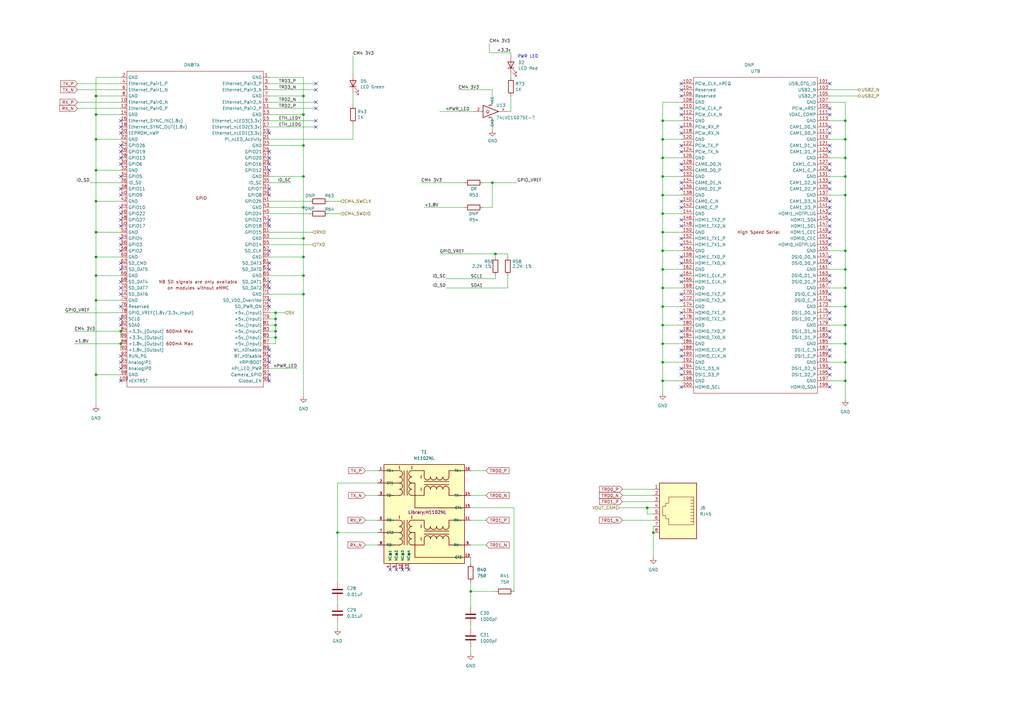
<source format=kicad_sch>
(kicad_sch (version 20230819) (generator eeschema)
  (paper "A3")
  (junction (at 124.46 39.37))
  (junction (at 346.71 72.39))
  (junction (at 346.71 148.59))
  (junction (at 271.78 57.15))
  (junction (at 346.71 133.35))
  (junction (at 39.37 153.67))
  (junction (at 201.93 74.93))
  (junction (at 39.37 46.99))
  (junction (at 346.71 110.49))
  (junction (at 39.37 82.55))
  (junction (at 271.78 49.53))
  (junction (at 346.71 64.77))
  (junction (at 39.37 113.03))
  (junction (at 271.78 148.59))
  (junction (at 271.78 102.87))
  (junction (at 346.71 57.15))
  (junction (at 113.03 135.89))
  (junction (at 346.71 156.21))
  (junction (at 124.46 120.65))
  (junction (at 271.78 133.35))
  (junction (at 39.37 57.15))
  (junction (at 203.2 104.14))
  (junction (at 39.37 95.25))
  (junction (at 39.37 123.19))
  (junction (at 346.71 125.73))
  (junction (at 271.78 125.73))
  (junction (at 271.78 110.49))
  (junction (at 124.46 46.99))
  (junction (at 271.78 118.11))
  (junction (at 271.78 156.21))
  (junction (at 271.78 87.63))
  (junction (at 265.43 208.28))
  (junction (at 124.46 105.41))
  (junction (at 113.03 133.35))
  (junction (at 271.78 80.01))
  (junction (at 39.37 105.41))
  (junction (at 124.46 97.79))
  (junction (at 49.53 140.97))
  (junction (at 346.71 102.87))
  (junction (at 49.53 135.89))
  (junction (at 124.46 72.39))
  (junction (at 271.78 140.97))
  (junction (at 193.04 242.57))
  (junction (at 271.78 72.39))
  (junction (at 124.46 59.69))
  (junction (at 124.46 113.03))
  (junction (at 271.78 64.77))
  (junction (at 346.71 49.53))
  (junction (at 271.78 95.25))
  (junction (at 113.03 138.43))
  (junction (at 124.46 85.09))
  (junction (at 39.37 69.85))
  (junction (at 267.97 218.44))
  (junction (at 113.03 130.81))
  (junction (at 138.43 218.44))
  (junction (at 113.03 128.27))
  (junction (at 39.37 39.37))
  (junction (at 346.71 118.11))
  (junction (at 346.71 140.97))
  (junction (at 346.71 80.01))
  (no_connect (at 110.49 67.31))
  (no_connect (at 279.4 34.29))
  (no_connect (at 49.53 87.63))
  (no_connect (at 279.4 120.65))
  (no_connect (at 279.4 92.71))
  (no_connect (at 279.4 52.07))
  (no_connect (at 340.36 130.81))
  (no_connect (at 49.53 52.07))
  (no_connect (at 340.36 95.25))
  (no_connect (at 110.49 110.49))
  (no_connect (at 279.4 128.27))
  (no_connect (at 110.49 148.59))
  (no_connect (at 340.36 113.03))
  (no_connect (at 279.4 46.99))
  (no_connect (at 49.53 67.31))
  (no_connect (at 279.4 62.23))
  (no_connect (at 279.4 113.03))
  (no_connect (at 49.53 59.69))
  (no_connect (at 340.36 52.07))
  (no_connect (at 49.53 80.01))
  (no_connect (at 340.36 69.85))
  (no_connect (at 165.1 233.68))
  (no_connect (at 279.4 39.37))
  (no_connect (at 110.49 92.71))
  (no_connect (at 49.53 49.53))
  (no_connect (at 49.53 92.71))
  (no_connect (at 340.36 105.41))
  (no_connect (at 49.53 151.13))
  (no_connect (at 160.02 233.68))
  (no_connect (at 129.54 36.83))
  (no_connect (at 110.49 69.85))
  (no_connect (at 49.53 64.77))
  (no_connect (at 340.36 87.63))
  (no_connect (at 49.53 62.23))
  (no_connect (at 110.49 77.47))
  (no_connect (at 340.36 128.27))
  (no_connect (at 340.36 62.23))
  (no_connect (at 279.4 146.05))
  (no_connect (at 340.36 123.19))
  (no_connect (at 110.49 62.23))
  (no_connect (at 340.36 97.79))
  (no_connect (at 279.4 135.89))
  (no_connect (at 279.4 97.79))
  (no_connect (at 279.4 105.41))
  (no_connect (at 279.4 54.61))
  (no_connect (at 340.36 59.69))
  (no_connect (at 340.36 153.67))
  (no_connect (at 279.4 82.55))
  (no_connect (at 129.54 52.07))
  (no_connect (at 279.4 90.17))
  (no_connect (at 110.49 54.61))
  (no_connect (at 110.49 125.73))
  (no_connect (at 279.4 100.33))
  (no_connect (at 110.49 118.11))
  (no_connect (at 340.36 158.75))
  (no_connect (at 279.4 67.31))
  (no_connect (at 340.36 115.57))
  (no_connect (at 340.36 74.93))
  (no_connect (at 340.36 146.05))
  (no_connect (at 129.54 49.53))
  (no_connect (at 340.36 120.65))
  (no_connect (at 49.53 148.59))
  (no_connect (at 49.53 72.39))
  (no_connect (at 110.49 90.17))
  (no_connect (at 340.36 54.61))
  (no_connect (at 110.49 80.01))
  (no_connect (at 340.36 135.89))
  (no_connect (at 279.4 59.69))
  (no_connect (at 340.36 67.31))
  (no_connect (at 49.53 133.35))
  (no_connect (at 110.49 102.87))
  (no_connect (at 279.4 153.67))
  (no_connect (at 129.54 41.91))
  (no_connect (at 49.53 130.81))
  (no_connect (at 49.53 118.11))
  (no_connect (at 340.36 44.45))
  (no_connect (at 162.56 233.68))
  (no_connect (at 340.36 34.29))
  (no_connect (at 110.49 146.05))
  (no_connect (at 49.53 125.73))
  (no_connect (at 279.4 151.13))
  (no_connect (at 110.49 107.95))
  (no_connect (at 49.53 54.61))
  (no_connect (at 167.64 233.68))
  (no_connect (at 279.4 143.51))
  (no_connect (at 49.53 120.65))
  (no_connect (at 129.54 44.45))
  (no_connect (at 340.36 138.43))
  (no_connect (at 129.54 34.29))
  (no_connect (at 279.4 74.93))
  (no_connect (at 49.53 110.49))
  (no_connect (at 279.4 44.45))
  (no_connect (at 49.53 146.05))
  (no_connect (at 49.53 90.17))
  (no_connect (at 49.53 100.33))
  (no_connect (at 49.53 115.57))
  (no_connect (at 279.4 36.83))
  (no_connect (at 279.4 130.81))
  (no_connect (at 110.49 123.19))
  (no_connect (at 279.4 138.43))
  (no_connect (at 110.49 115.57))
  (no_connect (at 49.53 156.21))
  (no_connect (at 110.49 156.21))
  (no_connect (at 279.4 107.95))
  (no_connect (at 110.49 64.77))
  (no_connect (at 340.36 77.47))
  (no_connect (at 49.53 77.47))
  (no_connect (at 340.36 46.99))
  (no_connect (at 340.36 82.55))
  (no_connect (at 279.4 77.47))
  (no_connect (at 49.53 102.87))
  (no_connect (at 340.36 100.33))
  (no_connect (at 110.49 153.67))
  (no_connect (at 279.4 158.75))
  (no_connect (at 279.4 115.57))
  (no_connect (at 340.36 92.71))
  (no_connect (at 49.53 107.95))
  (no_connect (at 340.36 151.13))
  (no_connect (at 340.36 85.09))
  (no_connect (at 49.53 97.79))
  (no_connect (at 279.4 85.09))
  (no_connect (at 340.36 143.51))
  (no_connect (at 279.4 123.19))
  (no_connect (at 110.49 143.51))
  (no_connect (at 340.36 107.95))
  (no_connect (at 49.53 85.09))
  (no_connect (at 340.36 90.17))
  (no_connect (at 279.4 69.85))
  (wire (pts (xy 201.93 74.93) (xy 212.09 74.93)))
  (wire (pts (xy 279.4 118.11) (xy 271.78 118.11)))
  (wire (pts (xy 39.37 105.41) (xy 39.37 113.03)))
  (wire (pts (xy 113.03 128.27) (xy 113.03 130.81)))
  (wire (pts (xy 346.71 80.01) (xy 346.71 102.87)))
  (wire (pts (xy 172.72 74.93) (xy 190.5 74.93)))
  (wire (pts (xy 201.93 74.93) (xy 198.12 74.93)))
  (wire (pts (xy 180.34 45.72) (xy 194.31 45.72)))
  (wire (pts (xy 39.37 31.75) (xy 39.37 39.37)))
  (wire (pts (xy 124.46 120.65) (xy 124.46 162.56)))
  (wire (pts (xy 110.49 59.69) (xy 124.46 59.69)))
  (wire (pts (xy 124.46 31.75) (xy 124.46 39.37)))
  (wire (pts (xy 208.28 104.14) (xy 203.2 104.14)))
  (wire (pts (xy 340.36 118.11) (xy 346.71 118.11)))
  (wire (pts (xy 346.71 156.21) (xy 346.71 163.83)))
  (wire (pts (xy 144.78 38.1) (xy 144.78 43.18)))
  (wire (pts (xy 113.03 140.97) (xy 113.03 138.43)))
  (wire (pts (xy 139.7 87.63) (xy 134.62 87.63)))
  (wire (pts (xy 193.04 228.6) (xy 193.04 231.14)))
  (wire (pts (xy 279.4 133.35) (xy 271.78 133.35)))
  (wire (pts (xy 110.49 39.37) (xy 124.46 39.37)))
  (wire (pts (xy 127 82.55) (xy 110.49 82.55)))
  (wire (pts (xy 209.55 45.72) (xy 208.28 45.72)))
  (wire (pts (xy 203.2 105.41) (xy 203.2 104.14)))
  (wire (pts (xy 36.83 74.93) (xy 49.53 74.93)))
  (wire (pts (xy 209.55 39.37) (xy 209.55 45.72)))
  (wire (pts (xy 200.66 21.59) (xy 209.55 21.59)))
  (wire (pts (xy 49.53 69.85) (xy 39.37 69.85)))
  (wire (pts (xy 113.03 140.97) (xy 110.49 140.97)))
  (wire (pts (xy 193.04 242.57) (xy 193.04 248.92)))
  (wire (pts (xy 271.78 102.87) (xy 271.78 110.49)))
  (wire (pts (xy 49.53 95.25) (xy 39.37 95.25)))
  (wire (pts (xy 271.78 161.29) (xy 271.78 156.21)))
  (wire (pts (xy 128.27 100.33) (xy 110.49 100.33)))
  (wire (pts (xy 193.04 208.28) (xy 210.82 208.28)))
  (wire (pts (xy 201.93 43.18) (xy 201.93 36.83)))
  (wire (pts (xy 340.36 133.35) (xy 346.71 133.35)))
  (wire (pts (xy 139.7 82.55) (xy 134.62 82.55)))
  (wire (pts (xy 346.71 41.91) (xy 346.71 49.53)))
  (wire (pts (xy 113.03 128.27) (xy 110.49 128.27)))
  (wire (pts (xy 129.54 49.53) (xy 110.49 49.53)))
  (wire (pts (xy 31.75 44.45) (xy 49.53 44.45)))
  (wire (pts (xy 279.4 49.53) (xy 271.78 49.53)))
  (wire (pts (xy 110.49 113.03) (xy 124.46 113.03)))
  (wire (pts (xy 340.36 80.01) (xy 346.71 80.01)))
  (wire (pts (xy 346.71 118.11) (xy 346.71 125.73)))
  (wire (pts (xy 124.46 97.79) (xy 124.46 105.41)))
  (wire (pts (xy 279.4 87.63) (xy 271.78 87.63)))
  (wire (pts (xy 199.39 203.2) (xy 193.04 203.2)))
  (wire (pts (xy 113.03 135.89) (xy 110.49 135.89)))
  (wire (pts (xy 124.46 59.69) (xy 124.46 72.39)))
  (wire (pts (xy 271.78 57.15) (xy 271.78 64.77)))
  (wire (pts (xy 173.99 85.09) (xy 190.5 85.09)))
  (wire (pts (xy 279.4 95.25) (xy 271.78 95.25)))
  (wire (pts (xy 279.4 41.91) (xy 271.78 41.91)))
  (wire (pts (xy 49.53 140.97) (xy 30.48 140.97)))
  (wire (pts (xy 193.04 238.76) (xy 193.04 242.57)))
  (wire (pts (xy 193.04 267.97) (xy 193.04 265.43)))
  (wire (pts (xy 340.36 64.77) (xy 346.71 64.77)))
  (wire (pts (xy 346.71 133.35) (xy 346.71 140.97)))
  (wire (pts (xy 351.79 36.83) (xy 340.36 36.83)))
  (wire (pts (xy 199.39 223.52) (xy 193.04 223.52)))
  (wire (pts (xy 39.37 57.15) (xy 39.37 69.85)))
  (wire (pts (xy 267.97 210.82) (xy 265.43 210.82)))
  (wire (pts (xy 39.37 39.37) (xy 39.37 46.99)))
  (wire (pts (xy 110.49 31.75) (xy 124.46 31.75)))
  (wire (pts (xy 340.36 148.59) (xy 346.71 148.59)))
  (wire (pts (xy 193.04 242.57) (xy 203.2 242.57)))
  (wire (pts (xy 144.78 22.86) (xy 144.78 30.48)))
  (wire (pts (xy 208.28 118.11) (xy 208.28 113.03)))
  (wire (pts (xy 39.37 153.67) (xy 39.37 166.37)))
  (wire (pts (xy 138.43 247.65) (xy 138.43 246.38)))
  (wire (pts (xy 129.54 34.29) (xy 110.49 34.29)))
  (wire (pts (xy 271.78 95.25) (xy 271.78 102.87)))
  (wire (pts (xy 208.28 105.41) (xy 208.28 104.14)))
  (wire (pts (xy 271.78 133.35) (xy 271.78 140.97)))
  (wire (pts (xy 182.88 114.3) (xy 203.2 114.3)))
  (wire (pts (xy 113.03 130.81) (xy 113.03 133.35)))
  (wire (pts (xy 39.37 123.19) (xy 39.37 153.67)))
  (wire (pts (xy 49.53 39.37) (xy 39.37 39.37)))
  (wire (pts (xy 149.86 223.52) (xy 154.94 223.52)))
  (wire (pts (xy 271.78 118.11) (xy 271.78 125.73)))
  (wire (pts (xy 31.75 34.29) (xy 49.53 34.29)))
  (wire (pts (xy 279.4 148.59) (xy 271.78 148.59)))
  (wire (pts (xy 49.53 123.19) (xy 39.37 123.19)))
  (wire (pts (xy 210.82 208.28) (xy 210.82 242.57)))
  (wire (pts (xy 119.38 74.93) (xy 110.49 74.93)))
  (wire (pts (xy 154.94 198.12) (xy 138.43 198.12)))
  (wire (pts (xy 138.43 218.44) (xy 154.94 218.44)))
  (wire (pts (xy 49.53 153.67) (xy 39.37 153.67)))
  (wire (pts (xy 49.53 135.89) (xy 49.53 138.43)))
  (wire (pts (xy 265.43 208.28) (xy 267.97 208.28)))
  (wire (pts (xy 279.4 110.49) (xy 271.78 110.49)))
  (wire (pts (xy 254 208.28) (xy 265.43 208.28)))
  (wire (pts (xy 39.37 69.85) (xy 39.37 82.55)))
  (wire (pts (xy 209.55 30.48) (xy 209.55 31.75)))
  (wire (pts (xy 124.46 72.39) (xy 124.46 85.09)))
  (wire (pts (xy 271.78 64.77) (xy 271.78 72.39)))
  (wire (pts (xy 113.03 133.35) (xy 113.03 135.89)))
  (wire (pts (xy 138.43 198.12) (xy 138.43 218.44)))
  (wire (pts (xy 39.37 95.25) (xy 39.37 105.41)))
  (wire (pts (xy 31.75 36.83) (xy 49.53 36.83)))
  (wire (pts (xy 113.03 135.89) (xy 113.03 138.43)))
  (wire (pts (xy 340.36 72.39) (xy 346.71 72.39)))
  (wire (pts (xy 113.03 130.81) (xy 110.49 130.81)))
  (wire (pts (xy 49.53 46.99) (xy 39.37 46.99)))
  (wire (pts (xy 255.27 203.2) (xy 267.97 203.2)))
  (wire (pts (xy 199.39 213.36) (xy 193.04 213.36)))
  (wire (pts (xy 267.97 215.9) (xy 267.97 218.44)))
  (wire (pts (xy 182.88 118.11) (xy 208.28 118.11)))
  (wire (pts (xy 279.4 125.73) (xy 271.78 125.73)))
  (wire (pts (xy 124.46 39.37) (xy 124.46 46.99)))
  (wire (pts (xy 346.71 140.97) (xy 346.71 148.59)))
  (wire (pts (xy 39.37 113.03) (xy 39.37 123.19)))
  (wire (pts (xy 255.27 200.66) (xy 267.97 200.66)))
  (wire (pts (xy 346.71 148.59) (xy 346.71 156.21)))
  (wire (pts (xy 39.37 82.55) (xy 39.37 95.25)))
  (wire (pts (xy 49.53 57.15) (xy 39.37 57.15)))
  (wire (pts (xy 124.46 113.03) (xy 124.46 120.65)))
  (wire (pts (xy 201.93 36.83) (xy 187.96 36.83)))
  (wire (pts (xy 127 87.63) (xy 110.49 87.63)))
  (wire (pts (xy 267.97 218.44) (xy 267.97 228.6)))
  (wire (pts (xy 255.27 205.74) (xy 267.97 205.74)))
  (wire (pts (xy 340.36 102.87) (xy 346.71 102.87)))
  (wire (pts (xy 271.78 156.21) (xy 279.4 156.21)))
  (wire (pts (xy 129.54 36.83) (xy 110.49 36.83)))
  (wire (pts (xy 39.37 46.99) (xy 39.37 57.15)))
  (wire (pts (xy 346.71 125.73) (xy 346.71 133.35)))
  (wire (pts (xy 198.12 85.09) (xy 201.93 85.09)))
  (wire (pts (xy 49.53 113.03) (xy 39.37 113.03)))
  (wire (pts (xy 279.4 57.15) (xy 271.78 57.15)))
  (wire (pts (xy 49.53 82.55) (xy 39.37 82.55)))
  (wire (pts (xy 128.27 95.25) (xy 110.49 95.25)))
  (wire (pts (xy 149.86 213.36) (xy 154.94 213.36)))
  (wire (pts (xy 129.54 41.91) (xy 110.49 41.91)))
  (wire (pts (xy 203.2 113.03) (xy 203.2 114.3)))
  (wire (pts (xy 113.03 133.35) (xy 110.49 133.35)))
  (wire (pts (xy 209.55 22.86) (xy 209.55 21.59)))
  (wire (pts (xy 340.36 49.53) (xy 346.71 49.53)))
  (wire (pts (xy 110.49 72.39) (xy 124.46 72.39)))
  (wire (pts (xy 271.78 140.97) (xy 271.78 148.59)))
  (wire (pts (xy 199.39 193.04) (xy 193.04 193.04)))
  (wire (pts (xy 49.53 105.41) (xy 39.37 105.41)))
  (wire (pts (xy 346.71 64.77) (xy 346.71 72.39)))
  (wire (pts (xy 110.49 85.09) (xy 124.46 85.09)))
  (wire (pts (xy 346.71 102.87) (xy 346.71 110.49)))
  (wire (pts (xy 271.78 125.73) (xy 271.78 133.35)))
  (wire (pts (xy 346.71 110.49) (xy 346.71 118.11)))
  (wire (pts (xy 149.86 203.2) (xy 154.94 203.2)))
  (wire (pts (xy 271.78 87.63) (xy 271.78 95.25)))
  (wire (pts (xy 110.49 57.15) (xy 144.78 57.15)))
  (wire (pts (xy 113.03 138.43) (xy 110.49 138.43)))
  (wire (pts (xy 110.49 97.79) (xy 124.46 97.79)))
  (wire (pts (xy 279.4 140.97) (xy 271.78 140.97)))
  (wire (pts (xy 346.71 49.53) (xy 346.71 57.15)))
  (wire (pts (xy 110.49 120.65) (xy 124.46 120.65)))
  (wire (pts (xy 340.36 140.97) (xy 346.71 140.97)))
  (wire (pts (xy 144.78 50.8) (xy 144.78 57.15)))
  (wire (pts (xy 271.78 110.49) (xy 271.78 118.11)))
  (wire (pts (xy 30.48 135.89) (xy 49.53 135.89)))
  (wire (pts (xy 340.36 125.73) (xy 346.71 125.73)))
  (wire (pts (xy 121.92 151.13) (xy 110.49 151.13)))
  (wire (pts (xy 26.67 128.27) (xy 49.53 128.27)))
  (wire (pts (xy 351.79 39.37) (xy 340.36 39.37)))
  (wire (pts (xy 124.46 85.09) (xy 124.46 97.79)))
  (wire (pts (xy 129.54 52.07) (xy 110.49 52.07)))
  (wire (pts (xy 340.36 41.91) (xy 346.71 41.91)))
  (wire (pts (xy 340.36 110.49) (xy 346.71 110.49)))
  (wire (pts (xy 193.04 257.81) (xy 193.04 256.54)))
  (wire (pts (xy 110.49 105.41) (xy 124.46 105.41)))
  (wire (pts (xy 149.86 193.04) (xy 154.94 193.04)))
  (wire (pts (xy 116.84 128.27) (xy 113.03 128.27)))
  (wire (pts (xy 49.53 31.75) (xy 39.37 31.75)))
  (wire (pts (xy 255.27 213.36) (xy 267.97 213.36)))
  (wire (pts (xy 124.46 46.99) (xy 124.46 59.69)))
  (wire (pts (xy 271.78 72.39) (xy 271.78 80.01)))
  (wire (pts (xy 200.66 21.59) (xy 200.66 17.78)))
  (wire (pts (xy 279.4 102.87) (xy 271.78 102.87)))
  (wire (pts (xy 279.4 72.39) (xy 271.78 72.39)))
  (wire (pts (xy 129.54 44.45) (xy 110.49 44.45)))
  (wire (pts (xy 110.49 46.99) (xy 124.46 46.99)))
  (wire (pts (xy 271.78 49.53) (xy 271.78 57.15)))
  (wire (pts (xy 201.93 48.26) (xy 201.93 53.34)))
  (wire (pts (xy 346.71 72.39) (xy 346.71 80.01)))
  (wire (pts (xy 340.36 156.21) (xy 346.71 156.21)))
  (wire (pts (xy 201.93 85.09) (xy 201.93 74.93)))
  (wire (pts (xy 279.4 80.01) (xy 271.78 80.01)))
  (wire (pts (xy 31.75 41.91) (xy 49.53 41.91)))
  (wire (pts (xy 265.43 210.82) (xy 265.43 208.28)))
  (wire (pts (xy 340.36 57.15) (xy 346.71 57.15)))
  (wire (pts (xy 346.71 57.15) (xy 346.71 64.77)))
  (wire (pts (xy 279.4 64.77) (xy 271.78 64.77)))
  (wire (pts (xy 180.34 104.14) (xy 203.2 104.14)))
  (wire (pts (xy 138.43 218.44) (xy 138.43 238.76)))
  (wire (pts (xy 271.78 41.91) (xy 271.78 49.53)))
  (wire (pts (xy 124.46 105.41) (xy 124.46 113.03)))
  (wire (pts (xy 138.43 257.81) (xy 138.43 255.27)))
  (wire (pts (xy 271.78 148.59) (xy 271.78 156.21)))
  (wire (pts (xy 49.53 140.97) (xy 49.53 143.51)))
  (wire (pts (xy 271.78 80.01) (xy 271.78 87.63)))
  (text "PWR LED" (at 212.217 24.003 0) (effects (font (size 1.27 1.27)) (justify left bottom)))
  (label "CM4 3V3" (at 200.66 17.78 0))
  (label "+1.8V" (at 173.99 85.09 0))
  (label "SCL1" (at 193.04 114.3 0))
  (label "GPIO_VREF" (at 26.67 128.27 0))
  (label "CM4 3V3" (at 144.78 22.86 0))
  (label "ETH_LEDG" (at 114.3 52.07 0))
  (label "TRD3_N" (at 114.3 36.83 0))
  (label "ETH_LEDY" (at 114.3 49.53 0))
  (label "SDA1" (at 193.04 118.11 0))
  (label "+1.8V" (at 30.48 140.97 0))
  (label "GPIO_VREF" (at 180.34 104.14 0))
  (label "TRD2_P" (at 114.3 44.45 0))
  (label "CM4 3V3" (at 187.96 36.83 0))
  (label "nPWR_LED" (at 121.92 151.13 180))
  (label "ID_SC" (at 119.38 74.93 180))
  (label "TRD3_P" (at 114.3 34.29 0))
  (label "+3.3v" (at 209.55 21.59 180))
  (label "CM4 3V3" (at 30.48 135.89 0))
  (label "ID_SD" (at 182.88 118.11 180))
  (label "ID_SD" (at 36.83 74.93 180))
  (label "GPIO_VREF" (at 212.09 74.93 0))
  (label "TRD2_N" (at 114.3 41.91 0))
  (label "ID_SC" (at 182.88 114.3 180))
  (label "CM4 3V3" (at 172.72 74.93 0))
  (label "nPWR_LED" (at 182.88 45.72 0))
  (global_label "TRD0_N" (shape input) (at 255.27 203.2 180) (property "Intersheetrefs" "${INTERSHEET_REFS}" (effects hide)))
  (global_label "TX_N" (shape input) (at 31.75 36.83 180) (property "Intersheetrefs" "${INTERSHEET_REFS}" (effects hide)))
  (global_label "TX_P" (shape input) (at 31.75 34.29 180) (property "Intersheetrefs" "${INTERSHEET_REFS}" (effects hide)))
  (global_label "TRD1_P" (shape input) (at 255.27 205.74 180) (property "Intersheetrefs" "${INTERSHEET_REFS}" (effects hide)))
  (global_label "TRD0_P" (shape input) (at 255.27 200.66 180) (property "Intersheetrefs" "${INTERSHEET_REFS}" (effects hide)))
  (global_label "RX_P" (shape input) (at 149.86 213.36 180) (property "Intersheetrefs" "${INTERSHEET_REFS}" (effects hide)))
  (global_label "TX_N" (shape input) (at 149.86 203.2 180) (property "Intersheetrefs" "${INTERSHEET_REFS}" (effects hide)))
  (global_label "TRD1_P" (shape input) (at 199.39 213.36 0) (property "Intersheetrefs" "${INTERSHEET_REFS}" (effects hide)))
  (global_label "RX_N" (shape input) (at 31.75 44.45 180) (property "Intersheetrefs" "${INTERSHEET_REFS}" (effects hide)))
  (global_label "TRD1_N" (shape input) (at 199.39 223.52 0) (property "Intersheetrefs" "${INTERSHEET_REFS}" (effects hide)))
  (global_label "TRD0_N" (shape input) (at 199.39 203.2 0) (property "Intersheetrefs" "${INTERSHEET_REFS}" (effects hide)))
  (global_label "TX_P" (shape input) (at 149.86 193.04 180) (property "Intersheetrefs" "${INTERSHEET_REFS}" (effects hide)))
  (global_label "TRD0_P" (shape input) (at 199.39 193.04 0) (property "Intersheetrefs" "${INTERSHEET_REFS}" (effects hide)))
  (global_label "RX_N" (shape input) (at 149.86 223.52 180) (property "Intersheetrefs" "${INTERSHEET_REFS}" (effects hide)))
  (global_label "RX_P" (shape input) (at 31.75 41.91 180) (property "Intersheetrefs" "${INTERSHEET_REFS}" (effects hide)))
  (global_label "TRD1_N" (shape input) (at 255.27 213.36 180) (property "Intersheetrefs" "${INTERSHEET_REFS}" (effects hide)))
  (hierarchical_label "USB2_P" (shape bidirectional) (at 351.79 39.37 0))
  (hierarchical_label "TXD" (shape input) (at 128.27 100.33 0))
  (hierarchical_label "CM4_SWCLK" (shape input) (at 139.7 82.55 0))
  (hierarchical_label "USB2_N" (shape bidirectional) (at 351.79 36.83 0))
  (hierarchical_label "CM4_SWDIO" (shape input) (at 139.7 87.63 0))
  (hierarchical_label "5V" (shape input) (at 116.84 128.27 0))
  (hierarchical_label "VOUT_CAM" (shape input) (at 254 208.28 180))
  (hierarchical_label "RXD" (shape input) (at 128.27 95.25 0))
  (symbol (lib_id "Device:C") (at 138.43 242.57 0) (unit 1)
    (property "Reference" "C28" (at 142.24 241.2999 0) (effects (justify left)))
    (property "Value" "0.01uF" (at 142.24 243.8399 0) (effects (justify left)))
    (property "Footprint" "Capacitor_SMD:C_0603_1608Metric" (effects hide))
    (instances (project "RP2040_minimal" (path "" (reference "C28") (unit 1))) (project "CM4" (path "" (reference "C28") (unit 1))) (project "IO_Board" (path "" (reference "C24") (unit 1))))
  )
  (symbol (lib_id "CM4IO:74LVC1G07_copy") (at 201.93 45.72 0) (unit 1)
    (property "Reference" "U13" (at 203.454 43.18 0) (effects (justify left)))
    (property "Value" "74LVC1G07SE-7" (at 203.454 48.26 0) (effects (justify left)))
    (property "Footprint" "Package_TO_SOT_SMD:SOT-353_SC-70-5" (effects hide))
    (property "Datasheet" "https://www.diodes.com/assets/Datasheets/74LVC1G07.pdf" (effects hide))
    (property "Field4" "Farnell" (effects hide))
    (property "Field5" "2425492" (effects hide))
    (property "Field6" "74LVC1G07SE-7" (effects hide))
    (property "Field7" "Diodes" (effects hide))
    (property "Part Description" "Buffer, Non-Inverting 1 Element 1 Bit per Element Open Drain Output SOT-353" (effects hide))
    (property "MPN" "74LVC1G07SE-7" (effects hide))
    (instances (project "RP2040_minimal" (path "" (reference "U13") (unit 1))) (project "CM4" (path "" (reference "U13") (unit 1))) (project "IO_Board" (path "" (reference "U8") (unit 1))) (project "CM4IOv5" (path "" (reference "U5") (unit 1))))
  )
  (symbol (lib_id "Device:R") (at 207.01 242.57 90) (unit 1)
    (property "Reference" "R41" (at 207.01 236.22 90))
    (property "Value" "75R" (at 207.01 238.76 90))
    (property "Footprint" "Resistor_SMD:R_0603_1608Metric" (effects hide))
    (instances (project "RP2040_minimal" (path "" (reference "R41") (unit 1))) (project "CM4" (path "" (reference "R41") (unit 1))) (project "IO_Board" (path "" (reference "R60") (unit 1))))
  )
  (symbol (lib_id "power:GND") (at 267.97 228.6 0) (unit 1)
    (property "Reference" "#PWR07" (effects hide))
    (property "Value" "GND" (at 267.97 233.68 0))
    (instances (project "RP2040_minimal" (path "" (reference "#PWR07") (unit 1))) (project "CM4" (path "" (reference "#PWR07") (unit 1))) (project "IO_Board" (path "" (reference "#PWR072") (unit 1))))
  )
  (symbol (lib_id "power:GND") (at 271.78 161.29 0) (unit 1)
    (property "Reference" "#PWR068" (effects hide))
    (property "Value" "GND" (at 271.78 166.37 0))
    (property "Description" "Power symbol creates a global label with name \"GND\" , ground" (effects hide))
  )
  (symbol (lib_id "power:GND") (at 39.37 166.37 0) (unit 1)
    (property "Reference" "#PWR056" (effects hide))
    (property "Value" "GND" (at 39.37 171.45 0))
    (property "Description" "Power symbol creates a global label with name \"GND\" , ground" (effects hide))
  )
  (symbol (lib_id "Device:LED") (at 144.78 34.29 90) (unit 1)
    (property "Reference" "D5" (at 147.7518 33.2994 90) (effects (justify right)))
    (property "Value" "LED Green" (at 147.7518 35.6108 90) (effects (justify right)))
    (property "Footprint" "LED_SMD:LED_0603_1608Metric" (effects hide))
    (property "Datasheet" "http://optoelectronics.liteon.com/upload/download/DS22-2000-226/LTST-S270KGKT.pdf" (effects hide))
    (property "Field4" "Digikey " (effects hide))
    (property "Field5" "LTST-S270KGKT" (effects hide))
    (property "Field6" "SML-A12M8TT86N" (effects hide))
    (property "Field7" "Rohm" (effects hide))
    (property "Field8" "650263301" (effects hide))
    (property "Part Description" "	Green 572nm LED Indication - Discrete 2.2V 2-SMD, No Lead" (effects hide))
    (instances (project "IO_Board" (path "" (reference "D5") (unit 1))) (project "CM4IOv5" (path "" (reference "D2") (unit 1))))
  )
  (symbol (lib_id "power:GND") (at 346.71 163.83 0) (unit 1)
    (property "Reference" "#PWR069" (effects hide))
    (property "Value" "GND" (at 346.71 168.91 0))
    (property "Description" "Power symbol creates a global label with name \"GND\" , ground" (effects hide))
  )
  (symbol (lib_id "Connector:RJ45") (at 278.13 208.28 180) (unit 1)
    (property "Reference" "J6" (at 287.02 208.28 0) (effects (justify right)))
    (property "Value" "RJ45" (at 287.02 210.82 0) (effects (justify right)))
    (property "Footprint" "Connector_RJ:RJ45_Amphenol_54602-x08_Horizontal" (effects hide))
    (instances (project "RP2040_minimal" (path "" (reference "J6") (unit 1))) (project "CM4" (path "" (reference "J6") (unit 1))) (project "IO_Board" (path "" (reference "J16") (unit 1))))
  )
  (symbol (lib_id "Device:R") (at 130.81 87.63 90) (mirror x) (unit 1)
    (property "Reference" "R64" (at 135.128 85.852 90))
    (property "Value" "DNP" (at 127 85.598 90))
    (property "Footprint" "Resistor_SMD:R_0402_1005Metric" (effects hide))
    (property "Datasheet" "https://fscdn.rohm.com/en/products/databook/datasheet/passive/resistor/chip_resistor/mcr-e.pdf" (effects hide))
    (property "Field4" "Farnell" (effects hide))
    (property "Field5" "9239197" (effects hide))
    (property "Field7" "KOA EUROPE GMBH" (effects hide))
    (property "Field6" "RK73G1ETQTP4700D         " (effects hide))
    (property "Field8" "120887981" (effects hide))
    (property "Part Description" "Resistor 470R M1005 1% 63mW" (effects hide))
    (instances (project "IO_Board" (path "" (reference "R64") (unit 1))) (project "CM4IOv5" (path "" (reference "R3") (unit 1))))
  )
  (symbol (lib_id "Symbol:CM4_Connector_Unit_A") (at 77.47 26.67 0) (unit 1)
    (property "Reference" "U7" (at 80.01 26.67 0))
    (property "Value" "DNP" (at 77.47 26.67 0))
    (property "Footprint" "Library:Raspberry-Pi-4-Compute-Module" (effects hide))
    (property "MPN" "CM4" (effects hide))
  )
  (symbol (lib_id "Device:C") (at 193.04 261.62 0) (unit 1)
    (property "Reference" "C31" (at 196.85 260.3499 0) (effects (justify left)))
    (property "Value" "1000pF" (at 196.85 262.8899 0) (effects (justify left)))
    (property "Footprint" "Capacitor_SMD:C_0603_1608Metric" (effects hide))
    (instances (project "RP2040_minimal" (path "" (reference "C31") (unit 1))) (project "CM4" (path "" (reference "C31") (unit 1))) (project "IO_Board" (path "" (reference "C27") (unit 1))))
  )
  (symbol (lib_id "Symbol:CM4_Connector_Unit_B") (at 307.34 26.67 0) (unit 2)
    (property "Reference" "U7" (at 309.88 29.21 0))
    (property "Value" "DNP" (at 307.34 26.67 0))
    (property "Footprint" "Library:Raspberry-Pi-4-Compute-Module" (effects hide))
    (property "MPN" "CM4" (effects hide))
  )
  (symbol (lib_id "Device:C") (at 138.43 251.46 0) (unit 1)
    (property "Reference" "C29" (at 142.24 250.1899 0) (effects (justify left)))
    (property "Value" "0.01uF" (at 142.24 252.7299 0) (effects (justify left)))
    (property "Footprint" "Capacitor_SMD:C_0603_1608Metric" (effects hide))
    (instances (project "RP2040_minimal" (path "" (reference "C29") (unit 1))) (project "CM4" (path "" (reference "C29") (unit 1))) (project "IO_Board" (path "" (reference "C25") (unit 1))))
  )
  (symbol (lib_id "Device:R") (at 130.81 82.55 90) (mirror x) (unit 1)
    (property "Reference" "R63" (at 135.128 80.264 90))
    (property "Value" "DNP" (at 127.254 80.264 90))
    (property "Footprint" "Resistor_SMD:R_0402_1005Metric" (effects hide))
    (property "Datasheet" "https://fscdn.rohm.com/en/products/databook/datasheet/passive/resistor/chip_resistor/mcr-e.pdf" (effects hide))
    (property "Field4" "Farnell" (effects hide))
    (property "Field5" "9239197" (effects hide))
    (property "Field7" "KOA EUROPE GMBH" (effects hide))
    (property "Field6" "RK73G1ETQTP4700D         " (effects hide))
    (property "Field8" "120887981" (effects hide))
    (property "Part Description" "Resistor 470R M1005 1% 63mW" (effects hide))
    (instances (project "IO_Board" (path "" (reference "R63") (unit 1))) (project "CM4IOv5" (path "" (reference "R3") (unit 1))))
  )
  (symbol (lib_id "power:GND") (at 124.46 162.56 0) (unit 1)
    (property "Reference" "#PWR057" (effects hide))
    (property "Value" "GND" (at 124.46 167.64 0))
    (property "Description" "Power symbol creates a global label with name \"GND\" , ground" (effects hide))
  )
  (symbol (lib_id "Device:R") (at 208.28 109.22 0) (unit 1)
    (property "Reference" "R58" (at 210.058 107.315 0) (effects (justify left)))
    (property "Value" "2.2K 1%" (at 210.058 109.22 0) (effects (justify left)))
    (property "Footprint" "Resistor_SMD:R_0402_1005Metric" (effects hide))
    (property "Datasheet" "https://fscdn.rohm.com/en/products/databook/datasheet/passive/resistor/chip_resistor/mcr-e.pdf" (effects hide))
    (property "Field4" "Farnell" (effects hide))
    (property "Field5" "9239278" (effects hide))
    (property "Field7" "KOA EUROPE GMBH" (effects hide))
    (property "Field6" "RK73G1ETQTP2201D         " (effects hide))
    (property "Part Description" "Resistor 2.2K M1005 1% 63mW" (effects hide))
    (property "Field8" "120889581" (effects hide))
    (instances (project "RP2040_minimal" (path "" (reference "R58") (unit 1))) (project "CM4" (path "" (reference "R58") (unit 1))) (project "IO_Board" (path "" (reference "R61") (unit 1))) (project "CM4IOv5" (path "" (reference "R7") (unit 1))))
  )
  (symbol (lib_id "Device:R") (at 194.31 74.93 270) (unit 1)
    (property "Reference" "R53" (at 194.31 80.01 90))
    (property "Value" "0R" (at 194.31 77.47 90))
    (property "Footprint" "Resistor_SMD:R_0603_1608Metric" (effects hide))
    (property "Field4" "Farnell" (effects hide))
    (property "Field5" "9239197" (effects hide))
    (property "Field7" "KOA EUROPE GMBH" (effects hide))
    (property "Field6" "RK73G1ETQTP4700D         " (effects hide))
    (property "Field8" "120887981" (effects hide))
    (property "Part Description" "Resistor 470R M1005 1% 63mW" (effects hide))
    (instances (project "IO_Board" (path "" (reference "R53") (unit 1))) (project "CM4IOv5" (path "" (reference "R3") (unit 1))))
  )
  (symbol (lib_id "Device:R") (at 194.31 85.09 90) (mirror x) (unit 1)
    (property "Reference" "R54" (at 194.31 90.17 90))
    (property "Value" "DNP" (at 194.31 87.63 90))
    (property "Footprint" "Resistor_SMD:R_0402_1005Metric" (effects hide))
    (property "Datasheet" "https://fscdn.rohm.com/en/products/databook/datasheet/passive/resistor/chip_resistor/mcr-e.pdf" (effects hide))
    (property "Field4" "Farnell" (effects hide))
    (property "Field5" "9239197" (effects hide))
    (property "Field7" "KOA EUROPE GMBH" (effects hide))
    (property "Field6" "RK73G1ETQTP4700D         " (effects hide))
    (property "Field8" "120887981" (effects hide))
    (property "Part Description" "Resistor 470R M1005 1% 63mW" (effects hide))
    (instances (project "IO_Board" (path "" (reference "R54") (unit 1))) (project "CM4IOv5" (path "" (reference "R3") (unit 1))))
  )
  (symbol (lib_id "Device:C") (at 193.04 252.73 0) (unit 1)
    (property "Reference" "C30" (at 196.85 251.4599 0) (effects (justify left)))
    (property "Value" "1000pF" (at 196.85 253.9999 0) (effects (justify left)))
    (property "Footprint" "Capacitor_SMD:C_0603_1608Metric" (effects hide))
    (instances (project "RP2040_minimal" (path "" (reference "C30") (unit 1))) (project "CM4" (path "" (reference "C30") (unit 1))) (project "IO_Board" (path "" (reference "C26") (unit 1))))
  )
  (symbol (lib_id "Device:R") (at 203.2 109.22 0) (unit 1)
    (property "Reference" "R55" (at 198.628 107.315 0) (effects (justify left)))
    (property "Value" "2.2K 1%" (at 193.548 109.22 0) (effects (justify left)))
    (property "Footprint" "Resistor_SMD:R_0402_1005Metric" (effects hide))
    (property "Datasheet" "https://fscdn.rohm.com/en/products/databook/datasheet/passive/resistor/chip_resistor/mcr-e.pdf" (effects hide))
    (property "Field4" "Farnell" (effects hide))
    (property "Field5" "9239278" (effects hide))
    (property "Field7" "KOA EUROPE GMBH" (effects hide))
    (property "Field6" "RK73G1ETQTP2201D         " (effects hide))
    (property "Part Description" "Resistor 2.2K M1005 1% 63mW" (effects hide))
    (property "Field8" "120889581" (effects hide))
    (instances (project "RP2040_minimal" (path "" (reference "R55") (unit 1))) (project "CM4" (path "" (reference "R55") (unit 1))) (project "IO_Board" (path "" (reference "R59") (unit 1))) (project "CM4IOv5" (path "" (reference "R6") (unit 1))))
  )
  (symbol (lib_id "Device:R") (at 209.55 35.56 0) (unit 1)
    (property "Reference" "R73" (at 211.328 34.3916 0) (effects (justify left)))
    (property "Value" "1K" (at 211.328 36.703 0) (effects (justify left)))
    (property "Footprint" "Resistor_SMD:R_0402_1005Metric" (effects hide))
    (property "Datasheet" "https://fscdn.rohm.com/en/products/databook/datasheet/passive/resistor/chip_resistor/mcr-e.pdf" (effects hide))
    (property "Field4" "Farnell" (effects hide))
    (property "Field5" "9239235" (effects hide))
    (property "Field7" "KOA EUROPE GMBH" (effects hide))
    (property "Field6" "RK73H1ETTP1001F" (effects hide))
    (property "Part Description" "Resistor 1K M1005 1% 63mW" (effects hide))
    (property "Field8" "125049511" (effects hide))
    (instances (project "RP2040_minimal" (path "" (reference "R73") (unit 1))) (project "CM4" (path "" (reference "R73") (unit 1))) (project "IO_Board" (path "" (reference "R62") (unit 1))) (project "CM4IOv5" (path "" (reference "R10") (unit 1))))
  )
  (symbol (lib_id "Device:R") (at 144.78 46.99 0) (unit 1)
    (property "Reference" "R43" (at 146.558 45.8216 0) (effects (justify left)))
    (property "Value" "1K" (at 146.558 48.133 0) (effects (justify left)))
    (property "Footprint" "Resistor_SMD:R_0402_1005Metric" (effects hide))
    (property "Datasheet" "https://fscdn.rohm.com/en/products/databook/datasheet/passive/resistor/chip_resistor/mcr-e.pdf" (effects hide))
    (property "Field4" "Farnell" (effects hide))
    (property "Field5" "9239235" (effects hide))
    (property "Field7" "KOA EUROPE GMBH" (effects hide))
    (property "Field6" "RK73H1ETTP1001F" (effects hide))
    (property "Part Description" "Resistor 1K M1005 1% 63mW" (effects hide))
    (property "Field8" "125049511" (effects hide))
    (instances (project "IO_Board" (path "" (reference "R43") (unit 1))) (project "CM4IOv5" (path "" (reference "R1") (unit 1))))
  )
  (symbol (lib_id "power:GND") (at 138.43 257.81 0) (unit 1)
    (property "Reference" "#PWR05" (effects hide))
    (property "Value" "GND" (at 138.43 262.89 0))
    (instances (project "RP2040_minimal" (path "" (reference "#PWR05") (unit 1))) (project "CM4" (path "" (reference "#PWR05") (unit 1))) (project "IO_Board" (path "" (reference "#PWR070") (unit 1))))
  )
  (symbol (lib_id "Device:LED") (at 209.55 26.67 90) (unit 1)
    (property "Reference" "D2" (at 212.5218 25.6794 90) (effects (justify right)))
    (property "Value" "LED Red" (at 212.5218 27.9908 90) (effects (justify right)))
    (property "Footprint" "LED_SMD:LED_0603_1608Metric" (effects hide))
    (property "Datasheet" "http://optoelectronics.liteon.com/upload/download/DS22-2000-210/LTST-S270KRKT.pdf" (effects hide))
    (property "Field4" "Digikey " (effects hide))
    (property "Field5" "	LTST-S270KRKT" (effects hide))
    (property "Field6" "SML-A12U8TT86Q" (effects hide))
    (property "Field7" "Rohm" (effects hide))
    (property "Field8" "650295101" (effects hide))
    (property "Part Description" "	Red 620nm LED Indication - Discrete 2.2V 2-SMD, No Lead" (effects hide))
    (instances (project "RP2040_minimal" (path "" (reference "D2") (unit 1))) (project "CM4" (path "" (reference "D2") (unit 1))) (project "IO_Board" (path "" (reference "D7") (unit 1))) (project "CM4IOv5" (path "" (reference "D1") (unit 1))))
  )
  (symbol (lib_id "power:GND") (at 201.93 53.34 0) (unit 1)
    (property "Reference" "#PWR014" (effects hide))
    (property "Value" "GND" (at 202.057 57.7342 0))
    (instances (project "RP2040_minimal" (path "" (reference "#PWR014") (unit 1))) (project "CM4" (path "" (reference "#PWR014") (unit 1))) (project "IO_Board" (path "" (reference "#PWR064") (unit 1))) (project "CM4IOv5" (path "" (reference "#PWR05") (unit 1))))
  )
  (symbol (lib_id "power:GND") (at 193.04 267.97 0) (unit 1)
    (property "Reference" "#PWR06" (effects hide))
    (property "Value" "GND" (at 193.04 273.05 0))
    (instances (project "RP2040_minimal" (path "" (reference "#PWR06") (unit 1))) (project "CM4" (path "" (reference "#PWR06") (unit 1))) (project "IO_Board" (path "" (reference "#PWR071") (unit 1))))
  )
  (symbol (lib_id "Device:R") (at 193.04 234.95 180) (unit 1)
    (property "Reference" "R40" (at 195.58 233.6799 0) (effects (justify right)))
    (property "Value" "75R" (at 195.58 236.2199 0) (effects (justify right)))
    (property "Footprint" "Resistor_SMD:R_0603_1608Metric" (effects hide))
    (instances (project "RP2040_minimal" (path "" (reference "R40") (unit 1))) (project "CM4" (path "" (reference "R40") (unit 1))) (project "IO_Board" (path "" (reference "R58") (unit 1))))
  )
  (symbol (lib_id "H1102NL:H1102NL") (at 175.26 210.82 0) (unit 1)
    (property "Reference" "T1" (at 173.99 185.42 0))
    (property "Value" "H1102NL" (at 173.99 187.96 0))
    (property "Footprint" "Library:H1102NL" (at 175.26 210.82 0) (effects (justify bottom)))
    (property "MPN" "H1102NL" (effects hide))
  )
)
</source>
